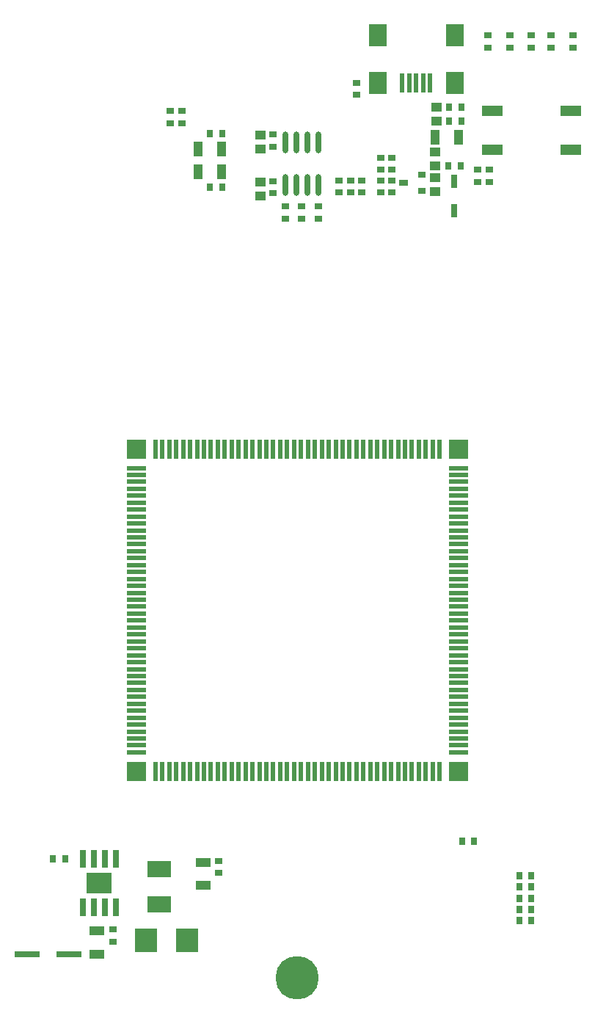
<source format=gtp>
G04 Layer_Color=8421504*
%FSLAX44Y44*%
%MOMM*%
G71*
G01*
G75*
%ADD11C,5.0000*%
%ADD12R,0.9000X0.8000*%
%ADD13R,0.8000X0.9000*%
%ADD14R,1.3000X1.0000*%
%ADD15R,1.1000X1.7000*%
%ADD17R,1.7000X1.1000*%
%ADD18R,2.4000X1.2000*%
%ADD19R,0.7000X2.0000*%
%ADD20R,3.0000X2.4000*%
%ADD21R,2.8000X1.9000*%
%ADD22R,2.6162X2.7432*%
%ADD23R,2.0000X2.5000*%
%ADD24R,0.5000X2.2500*%
%ADD25R,0.8000X1.6000*%
%ADD26O,0.7000X2.5000*%
%ADD27R,0.5000X2.3000*%
%ADD28R,2.3000X0.5000*%
%ADD29R,2.3000X2.3000*%
%ADD30R,3.0000X0.7000*%
%ADD31R,1.1000X0.6500*%
%ADD32R,0.9000X0.6500*%
D11*
X419798Y90000D02*
D03*
D12*
X207000Y132002D02*
D03*
Y146002D02*
D03*
X329000Y211002D02*
D03*
Y225002D02*
D03*
X628000Y1007998D02*
D03*
X641000Y1008002D02*
D03*
Y1022002D02*
D03*
X628000Y1021998D02*
D03*
X712500Y1162998D02*
D03*
Y1176998D02*
D03*
X737500D02*
D03*
Y1162998D02*
D03*
X690000D02*
D03*
Y1176998D02*
D03*
X665000D02*
D03*
Y1162998D02*
D03*
X640000D02*
D03*
Y1176998D02*
D03*
X487999Y1122497D02*
D03*
Y1108497D02*
D03*
X516000Y1036002D02*
D03*
X529000D02*
D03*
Y1022002D02*
D03*
X516000D02*
D03*
X516000Y1009998D02*
D03*
X529000D02*
D03*
Y995998D02*
D03*
X516000D02*
D03*
X494000D02*
D03*
Y1009998D02*
D03*
X392000Y1048998D02*
D03*
Y1062998D02*
D03*
Y1008998D02*
D03*
Y994998D02*
D03*
X406000Y980002D02*
D03*
Y966002D02*
D03*
X425000D02*
D03*
Y980002D02*
D03*
X444000D02*
D03*
Y966002D02*
D03*
X468000Y996002D02*
D03*
X481000D02*
D03*
Y1010002D02*
D03*
X468000D02*
D03*
X287000Y1075998D02*
D03*
Y1089998D02*
D03*
X273000D02*
D03*
Y1075998D02*
D03*
D13*
X138002Y227000D02*
D03*
X152002D02*
D03*
X675998Y195000D02*
D03*
Y182000D02*
D03*
Y169000D02*
D03*
X675998Y156000D02*
D03*
X689998D02*
D03*
X689998Y169000D02*
D03*
Y182000D02*
D03*
Y195000D02*
D03*
X689998Y208000D02*
D03*
X675998D02*
D03*
X623998Y248000D02*
D03*
X609998D02*
D03*
X333002Y1002000D02*
D03*
X319002D02*
D03*
Y1064000D02*
D03*
X333002D02*
D03*
X595002Y1078000D02*
D03*
X609002D02*
D03*
Y1094000D02*
D03*
X595002D02*
D03*
X593998Y1027000D02*
D03*
X607998D02*
D03*
D14*
X377000Y991998D02*
D03*
Y1007998D02*
D03*
X377000Y1046000D02*
D03*
Y1062000D02*
D03*
X579000Y1013000D02*
D03*
Y997000D02*
D03*
Y1027000D02*
D03*
Y1043000D02*
D03*
X580000Y1078000D02*
D03*
Y1094000D02*
D03*
D15*
X305000Y1019500D02*
D03*
X332000D02*
D03*
X332500Y1046500D02*
D03*
X305500D02*
D03*
X578500Y1060000D02*
D03*
X605500D02*
D03*
D17*
X188000Y117500D02*
D03*
Y144500D02*
D03*
X311000Y196500D02*
D03*
Y223500D02*
D03*
D18*
X645000Y1045500D02*
D03*
Y1090500D02*
D03*
X735000D02*
D03*
Y1045500D02*
D03*
D19*
X171950Y171500D02*
D03*
X184650D02*
D03*
X197350D02*
D03*
X210050D02*
D03*
Y227500D02*
D03*
X197350D02*
D03*
X184650D02*
D03*
X171950D02*
D03*
D20*
X191000Y199500D02*
D03*
D21*
X260000Y174500D02*
D03*
Y215500D02*
D03*
D22*
X245505Y133000D02*
D03*
X292495D02*
D03*
D23*
X512499Y1122500D02*
D03*
X601501D02*
D03*
Y1177500D02*
D03*
X512499D02*
D03*
D24*
X541001Y1122500D02*
D03*
X548999D02*
D03*
X557000D02*
D03*
X564998D02*
D03*
X572999D02*
D03*
D25*
X601000Y975000D02*
D03*
Y1009000D02*
D03*
D26*
X405950Y1004500D02*
D03*
X418650D02*
D03*
X431350D02*
D03*
X444050D02*
D03*
Y1053500D02*
D03*
X431350D02*
D03*
X418650D02*
D03*
X405950D02*
D03*
D27*
X256000Y328200D02*
D03*
X264000D02*
D03*
X272000D02*
D03*
X280000D02*
D03*
X288000D02*
D03*
X296000D02*
D03*
X304000D02*
D03*
X312000D02*
D03*
X320000D02*
D03*
X328000D02*
D03*
X336000D02*
D03*
X344000D02*
D03*
X352000D02*
D03*
X360000D02*
D03*
X368000D02*
D03*
X376000D02*
D03*
X384000D02*
D03*
X392000D02*
D03*
X400000D02*
D03*
X408000D02*
D03*
X416000D02*
D03*
X424000D02*
D03*
X432000D02*
D03*
X440000D02*
D03*
X448000D02*
D03*
X456000D02*
D03*
X464000D02*
D03*
X472000D02*
D03*
X480000D02*
D03*
X488000D02*
D03*
X496000D02*
D03*
X504000D02*
D03*
X512000D02*
D03*
X520000D02*
D03*
X528000D02*
D03*
X536000D02*
D03*
X544000D02*
D03*
X552000D02*
D03*
X560000D02*
D03*
X568000D02*
D03*
X576000D02*
D03*
X584000D02*
D03*
X584000Y700200D02*
D03*
X576000D02*
D03*
X568000D02*
D03*
X560000D02*
D03*
X552000D02*
D03*
X544000D02*
D03*
X536000D02*
D03*
X528000D02*
D03*
X520000D02*
D03*
X512000D02*
D03*
X504000D02*
D03*
X496000D02*
D03*
X488000D02*
D03*
X480000D02*
D03*
X472000D02*
D03*
X464000D02*
D03*
X456000D02*
D03*
X448000D02*
D03*
X440000D02*
D03*
X432000D02*
D03*
X424000D02*
D03*
X416000D02*
D03*
X408000D02*
D03*
X400000D02*
D03*
X392000D02*
D03*
X384000D02*
D03*
X376000D02*
D03*
X368000D02*
D03*
X360000D02*
D03*
X352000D02*
D03*
X344000D02*
D03*
X336000D02*
D03*
X328000D02*
D03*
X320000D02*
D03*
X312000D02*
D03*
X304000D02*
D03*
X296000D02*
D03*
X288000D02*
D03*
X280000D02*
D03*
X272000D02*
D03*
X264000D02*
D03*
X256000D02*
D03*
D28*
X234000Y350200D02*
D03*
Y358200D02*
D03*
Y366200D02*
D03*
Y374200D02*
D03*
Y382200D02*
D03*
Y390200D02*
D03*
Y398200D02*
D03*
Y406200D02*
D03*
Y414200D02*
D03*
Y422200D02*
D03*
Y430200D02*
D03*
Y438200D02*
D03*
Y446200D02*
D03*
Y454200D02*
D03*
Y462200D02*
D03*
Y470200D02*
D03*
Y478200D02*
D03*
Y486200D02*
D03*
Y494200D02*
D03*
Y502200D02*
D03*
Y510200D02*
D03*
Y518200D02*
D03*
Y526200D02*
D03*
Y534200D02*
D03*
Y542200D02*
D03*
Y550200D02*
D03*
Y558200D02*
D03*
Y566200D02*
D03*
Y574200D02*
D03*
Y582200D02*
D03*
Y590200D02*
D03*
Y598200D02*
D03*
Y606200D02*
D03*
Y614200D02*
D03*
Y622200D02*
D03*
Y630200D02*
D03*
Y638200D02*
D03*
Y646200D02*
D03*
Y654200D02*
D03*
Y662200D02*
D03*
Y670200D02*
D03*
Y678200D02*
D03*
X606000Y406200D02*
D03*
Y398200D02*
D03*
Y390200D02*
D03*
Y382200D02*
D03*
Y374200D02*
D03*
Y366200D02*
D03*
Y358200D02*
D03*
Y350200D02*
D03*
Y414200D02*
D03*
Y422200D02*
D03*
Y430200D02*
D03*
Y438200D02*
D03*
Y446200D02*
D03*
Y454200D02*
D03*
Y462200D02*
D03*
Y470200D02*
D03*
Y478200D02*
D03*
Y486200D02*
D03*
Y494200D02*
D03*
Y502200D02*
D03*
Y510200D02*
D03*
Y518200D02*
D03*
Y526200D02*
D03*
Y534200D02*
D03*
Y542200D02*
D03*
Y550200D02*
D03*
Y558200D02*
D03*
Y566200D02*
D03*
Y574200D02*
D03*
Y582200D02*
D03*
Y590200D02*
D03*
Y598200D02*
D03*
Y606200D02*
D03*
Y614200D02*
D03*
Y622200D02*
D03*
Y630200D02*
D03*
Y638200D02*
D03*
Y646200D02*
D03*
Y654200D02*
D03*
Y662200D02*
D03*
Y670200D02*
D03*
Y678200D02*
D03*
D29*
X234000Y328200D02*
D03*
X234000Y700200D02*
D03*
X606000Y328200D02*
D03*
Y700200D02*
D03*
D30*
X107998Y117250D02*
D03*
X155998D02*
D03*
D31*
X542625Y1007000D02*
D03*
D32*
X563375Y997500D02*
D03*
Y1016500D02*
D03*
M02*

</source>
